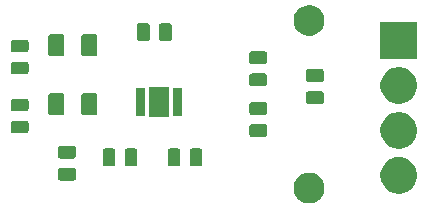
<source format=gbr>
G04 #@! TF.GenerationSoftware,KiCad,Pcbnew,(5.1.0)-1*
G04 #@! TF.CreationDate,2019-05-18T16:03:49-06:00*
G04 #@! TF.ProjectId,Tension,54656e73-696f-46e2-9e6b-696361645f70,rev?*
G04 #@! TF.SameCoordinates,Original*
G04 #@! TF.FileFunction,Soldermask,Top*
G04 #@! TF.FilePolarity,Negative*
%FSLAX46Y46*%
G04 Gerber Fmt 4.6, Leading zero omitted, Abs format (unit mm)*
G04 Created by KiCad (PCBNEW (5.1.0)-1) date 2019-05-18 16:03:49*
%MOMM*%
%LPD*%
G04 APERTURE LIST*
%ADD10C,0.100000*%
G04 APERTURE END LIST*
D10*
G36*
X167879393Y-74349304D02*
G01*
X168116101Y-74447352D01*
X168116103Y-74447353D01*
X168329135Y-74589696D01*
X168510304Y-74770865D01*
X168643913Y-74970826D01*
X168652648Y-74983899D01*
X168750696Y-75220607D01*
X168800680Y-75471893D01*
X168800680Y-75728107D01*
X168750696Y-75979393D01*
X168652648Y-76216101D01*
X168652647Y-76216103D01*
X168510304Y-76429135D01*
X168329135Y-76610304D01*
X168116103Y-76752647D01*
X168116102Y-76752648D01*
X168116101Y-76752648D01*
X167879393Y-76850696D01*
X167628107Y-76900680D01*
X167371893Y-76900680D01*
X167120607Y-76850696D01*
X166883899Y-76752648D01*
X166883898Y-76752648D01*
X166883897Y-76752647D01*
X166670865Y-76610304D01*
X166489696Y-76429135D01*
X166347353Y-76216103D01*
X166347352Y-76216101D01*
X166249304Y-75979393D01*
X166199320Y-75728107D01*
X166199320Y-75471893D01*
X166249304Y-75220607D01*
X166347352Y-74983899D01*
X166356087Y-74970826D01*
X166489696Y-74770865D01*
X166670865Y-74589696D01*
X166883897Y-74447353D01*
X166883899Y-74447352D01*
X167120607Y-74349304D01*
X167371893Y-74299320D01*
X167628107Y-74299320D01*
X167879393Y-74349304D01*
X167879393Y-74349304D01*
G37*
G36*
X175401793Y-73008777D02*
G01*
X175552372Y-73038729D01*
X175617374Y-73065654D01*
X175834611Y-73155636D01*
X176088621Y-73325360D01*
X176304640Y-73541379D01*
X176474364Y-73795389D01*
X176542541Y-73959983D01*
X176586261Y-74065532D01*
X176591271Y-74077629D01*
X176650870Y-74377251D01*
X176650870Y-74682749D01*
X176633342Y-74770865D01*
X176593447Y-74971435D01*
X176591271Y-74982371D01*
X176474364Y-75264611D01*
X176304640Y-75518621D01*
X176088621Y-75734640D01*
X175834611Y-75904364D01*
X175669279Y-75972846D01*
X175552372Y-76021271D01*
X175452497Y-76041137D01*
X175252749Y-76080870D01*
X174947251Y-76080870D01*
X174747503Y-76041137D01*
X174647628Y-76021271D01*
X174530721Y-75972846D01*
X174365389Y-75904364D01*
X174111379Y-75734640D01*
X173895360Y-75518621D01*
X173725636Y-75264611D01*
X173608729Y-74982371D01*
X173606554Y-74971435D01*
X173566658Y-74770865D01*
X173549130Y-74682749D01*
X173549130Y-74377251D01*
X173608729Y-74077629D01*
X173613740Y-74065532D01*
X173657459Y-73959983D01*
X173725636Y-73795389D01*
X173895360Y-73541379D01*
X174111379Y-73325360D01*
X174365389Y-73155636D01*
X174582626Y-73065654D01*
X174647628Y-73038729D01*
X174798207Y-73008777D01*
X174947251Y-72979130D01*
X175252749Y-72979130D01*
X175401793Y-73008777D01*
X175401793Y-73008777D01*
G37*
G36*
X147584468Y-73903565D02*
G01*
X147623138Y-73915296D01*
X147658777Y-73934346D01*
X147690017Y-73959983D01*
X147715654Y-73991223D01*
X147734704Y-74026862D01*
X147746435Y-74065532D01*
X147751000Y-74111888D01*
X147751000Y-74763112D01*
X147746435Y-74809468D01*
X147734704Y-74848138D01*
X147715654Y-74883777D01*
X147690017Y-74915017D01*
X147658777Y-74940654D01*
X147623138Y-74959704D01*
X147584468Y-74971435D01*
X147538112Y-74976000D01*
X146461888Y-74976000D01*
X146415532Y-74971435D01*
X146376862Y-74959704D01*
X146341223Y-74940654D01*
X146309983Y-74915017D01*
X146284346Y-74883777D01*
X146265296Y-74848138D01*
X146253565Y-74809468D01*
X146249000Y-74763112D01*
X146249000Y-74111888D01*
X146253565Y-74065532D01*
X146265296Y-74026862D01*
X146284346Y-73991223D01*
X146309983Y-73959983D01*
X146341223Y-73934346D01*
X146376862Y-73915296D01*
X146415532Y-73903565D01*
X146461888Y-73899000D01*
X147538112Y-73899000D01*
X147584468Y-73903565D01*
X147584468Y-73903565D01*
G37*
G36*
X156434468Y-72253565D02*
G01*
X156473138Y-72265296D01*
X156508777Y-72284346D01*
X156540017Y-72309983D01*
X156565654Y-72341223D01*
X156584704Y-72376862D01*
X156596435Y-72415532D01*
X156601000Y-72461888D01*
X156601000Y-73538112D01*
X156596435Y-73584468D01*
X156584704Y-73623138D01*
X156565654Y-73658777D01*
X156540017Y-73690017D01*
X156508777Y-73715654D01*
X156473138Y-73734704D01*
X156434468Y-73746435D01*
X156388112Y-73751000D01*
X155736888Y-73751000D01*
X155690532Y-73746435D01*
X155651862Y-73734704D01*
X155616223Y-73715654D01*
X155584983Y-73690017D01*
X155559346Y-73658777D01*
X155540296Y-73623138D01*
X155528565Y-73584468D01*
X155524000Y-73538112D01*
X155524000Y-72461888D01*
X155528565Y-72415532D01*
X155540296Y-72376862D01*
X155559346Y-72341223D01*
X155584983Y-72309983D01*
X155616223Y-72284346D01*
X155651862Y-72265296D01*
X155690532Y-72253565D01*
X155736888Y-72249000D01*
X156388112Y-72249000D01*
X156434468Y-72253565D01*
X156434468Y-72253565D01*
G37*
G36*
X152809468Y-72253565D02*
G01*
X152848138Y-72265296D01*
X152883777Y-72284346D01*
X152915017Y-72309983D01*
X152940654Y-72341223D01*
X152959704Y-72376862D01*
X152971435Y-72415532D01*
X152976000Y-72461888D01*
X152976000Y-73538112D01*
X152971435Y-73584468D01*
X152959704Y-73623138D01*
X152940654Y-73658777D01*
X152915017Y-73690017D01*
X152883777Y-73715654D01*
X152848138Y-73734704D01*
X152809468Y-73746435D01*
X152763112Y-73751000D01*
X152111888Y-73751000D01*
X152065532Y-73746435D01*
X152026862Y-73734704D01*
X151991223Y-73715654D01*
X151959983Y-73690017D01*
X151934346Y-73658777D01*
X151915296Y-73623138D01*
X151903565Y-73584468D01*
X151899000Y-73538112D01*
X151899000Y-72461888D01*
X151903565Y-72415532D01*
X151915296Y-72376862D01*
X151934346Y-72341223D01*
X151959983Y-72309983D01*
X151991223Y-72284346D01*
X152026862Y-72265296D01*
X152065532Y-72253565D01*
X152111888Y-72249000D01*
X152763112Y-72249000D01*
X152809468Y-72253565D01*
X152809468Y-72253565D01*
G37*
G36*
X150934468Y-72253565D02*
G01*
X150973138Y-72265296D01*
X151008777Y-72284346D01*
X151040017Y-72309983D01*
X151065654Y-72341223D01*
X151084704Y-72376862D01*
X151096435Y-72415532D01*
X151101000Y-72461888D01*
X151101000Y-73538112D01*
X151096435Y-73584468D01*
X151084704Y-73623138D01*
X151065654Y-73658777D01*
X151040017Y-73690017D01*
X151008777Y-73715654D01*
X150973138Y-73734704D01*
X150934468Y-73746435D01*
X150888112Y-73751000D01*
X150236888Y-73751000D01*
X150190532Y-73746435D01*
X150151862Y-73734704D01*
X150116223Y-73715654D01*
X150084983Y-73690017D01*
X150059346Y-73658777D01*
X150040296Y-73623138D01*
X150028565Y-73584468D01*
X150024000Y-73538112D01*
X150024000Y-72461888D01*
X150028565Y-72415532D01*
X150040296Y-72376862D01*
X150059346Y-72341223D01*
X150084983Y-72309983D01*
X150116223Y-72284346D01*
X150151862Y-72265296D01*
X150190532Y-72253565D01*
X150236888Y-72249000D01*
X150888112Y-72249000D01*
X150934468Y-72253565D01*
X150934468Y-72253565D01*
G37*
G36*
X158309468Y-72253565D02*
G01*
X158348138Y-72265296D01*
X158383777Y-72284346D01*
X158415017Y-72309983D01*
X158440654Y-72341223D01*
X158459704Y-72376862D01*
X158471435Y-72415532D01*
X158476000Y-72461888D01*
X158476000Y-73538112D01*
X158471435Y-73584468D01*
X158459704Y-73623138D01*
X158440654Y-73658777D01*
X158415017Y-73690017D01*
X158383777Y-73715654D01*
X158348138Y-73734704D01*
X158309468Y-73746435D01*
X158263112Y-73751000D01*
X157611888Y-73751000D01*
X157565532Y-73746435D01*
X157526862Y-73734704D01*
X157491223Y-73715654D01*
X157459983Y-73690017D01*
X157434346Y-73658777D01*
X157415296Y-73623138D01*
X157403565Y-73584468D01*
X157399000Y-73538112D01*
X157399000Y-72461888D01*
X157403565Y-72415532D01*
X157415296Y-72376862D01*
X157434346Y-72341223D01*
X157459983Y-72309983D01*
X157491223Y-72284346D01*
X157526862Y-72265296D01*
X157565532Y-72253565D01*
X157611888Y-72249000D01*
X158263112Y-72249000D01*
X158309468Y-72253565D01*
X158309468Y-72253565D01*
G37*
G36*
X147584468Y-72028565D02*
G01*
X147623138Y-72040296D01*
X147658777Y-72059346D01*
X147690017Y-72084983D01*
X147715654Y-72116223D01*
X147734704Y-72151862D01*
X147746435Y-72190532D01*
X147751000Y-72236888D01*
X147751000Y-72888112D01*
X147746435Y-72934468D01*
X147734704Y-72973138D01*
X147715654Y-73008777D01*
X147690017Y-73040017D01*
X147658777Y-73065654D01*
X147623138Y-73084704D01*
X147584468Y-73096435D01*
X147538112Y-73101000D01*
X146461888Y-73101000D01*
X146415532Y-73096435D01*
X146376862Y-73084704D01*
X146341223Y-73065654D01*
X146309983Y-73040017D01*
X146284346Y-73008777D01*
X146265296Y-72973138D01*
X146253565Y-72934468D01*
X146249000Y-72888112D01*
X146249000Y-72236888D01*
X146253565Y-72190532D01*
X146265296Y-72151862D01*
X146284346Y-72116223D01*
X146309983Y-72084983D01*
X146341223Y-72059346D01*
X146376862Y-72040296D01*
X146415532Y-72028565D01*
X146461888Y-72024000D01*
X147538112Y-72024000D01*
X147584468Y-72028565D01*
X147584468Y-72028565D01*
G37*
G36*
X175449930Y-69208352D02*
G01*
X175552372Y-69228729D01*
X175648638Y-69268604D01*
X175834611Y-69345636D01*
X176088621Y-69515360D01*
X176304640Y-69731379D01*
X176474364Y-69985389D01*
X176507560Y-70065532D01*
X176571334Y-70219495D01*
X176591271Y-70267629D01*
X176650870Y-70567251D01*
X176650870Y-70872749D01*
X176633573Y-70959704D01*
X176591271Y-71172372D01*
X176556836Y-71255505D01*
X176474364Y-71454611D01*
X176304640Y-71708621D01*
X176088621Y-71924640D01*
X175834611Y-72094364D01*
X175715592Y-72143663D01*
X175552372Y-72211271D01*
X175452497Y-72231137D01*
X175252749Y-72270870D01*
X174947251Y-72270870D01*
X174747503Y-72231137D01*
X174647628Y-72211271D01*
X174484408Y-72143663D01*
X174365389Y-72094364D01*
X174111379Y-71924640D01*
X173895360Y-71708621D01*
X173725636Y-71454611D01*
X173643164Y-71255505D01*
X173608729Y-71172372D01*
X173566427Y-70959704D01*
X173549130Y-70872749D01*
X173549130Y-70567251D01*
X173608729Y-70267629D01*
X173628667Y-70219495D01*
X173692440Y-70065532D01*
X173725636Y-69985389D01*
X173895360Y-69731379D01*
X174111379Y-69515360D01*
X174365389Y-69345636D01*
X174551362Y-69268604D01*
X174647628Y-69228729D01*
X174750070Y-69208352D01*
X174947251Y-69169130D01*
X175252749Y-69169130D01*
X175449930Y-69208352D01*
X175449930Y-69208352D01*
G37*
G36*
X163784468Y-70203565D02*
G01*
X163823138Y-70215296D01*
X163858777Y-70234346D01*
X163890017Y-70259983D01*
X163915654Y-70291223D01*
X163934704Y-70326862D01*
X163946435Y-70365532D01*
X163951000Y-70411888D01*
X163951000Y-71063112D01*
X163946435Y-71109468D01*
X163934704Y-71148138D01*
X163915654Y-71183777D01*
X163890017Y-71215017D01*
X163858777Y-71240654D01*
X163823138Y-71259704D01*
X163784468Y-71271435D01*
X163738112Y-71276000D01*
X162661888Y-71276000D01*
X162615532Y-71271435D01*
X162576862Y-71259704D01*
X162541223Y-71240654D01*
X162509983Y-71215017D01*
X162484346Y-71183777D01*
X162465296Y-71148138D01*
X162453565Y-71109468D01*
X162449000Y-71063112D01*
X162449000Y-70411888D01*
X162453565Y-70365532D01*
X162465296Y-70326862D01*
X162484346Y-70291223D01*
X162509983Y-70259983D01*
X162541223Y-70234346D01*
X162576862Y-70215296D01*
X162615532Y-70203565D01*
X162661888Y-70199000D01*
X163738112Y-70199000D01*
X163784468Y-70203565D01*
X163784468Y-70203565D01*
G37*
G36*
X143584468Y-69903565D02*
G01*
X143623138Y-69915296D01*
X143658777Y-69934346D01*
X143690017Y-69959983D01*
X143715654Y-69991223D01*
X143734704Y-70026862D01*
X143746435Y-70065532D01*
X143751000Y-70111888D01*
X143751000Y-70763112D01*
X143746435Y-70809468D01*
X143734704Y-70848138D01*
X143715654Y-70883777D01*
X143690017Y-70915017D01*
X143658777Y-70940654D01*
X143623138Y-70959704D01*
X143584468Y-70971435D01*
X143538112Y-70976000D01*
X142461888Y-70976000D01*
X142415532Y-70971435D01*
X142376862Y-70959704D01*
X142341223Y-70940654D01*
X142309983Y-70915017D01*
X142284346Y-70883777D01*
X142265296Y-70848138D01*
X142253565Y-70809468D01*
X142249000Y-70763112D01*
X142249000Y-70111888D01*
X142253565Y-70065532D01*
X142265296Y-70026862D01*
X142284346Y-69991223D01*
X142309983Y-69959983D01*
X142341223Y-69934346D01*
X142376862Y-69915296D01*
X142415532Y-69903565D01*
X142461888Y-69899000D01*
X143538112Y-69899000D01*
X143584468Y-69903565D01*
X143584468Y-69903565D01*
G37*
G36*
X155626000Y-69591000D02*
G01*
X153974000Y-69591000D01*
X153974000Y-67009000D01*
X155626000Y-67009000D01*
X155626000Y-69591000D01*
X155626000Y-69591000D01*
G37*
G36*
X153626000Y-69501000D02*
G01*
X152874000Y-69501000D01*
X152874000Y-67099000D01*
X153626000Y-67099000D01*
X153626000Y-69501000D01*
X153626000Y-69501000D01*
G37*
G36*
X156726000Y-69501000D02*
G01*
X155974000Y-69501000D01*
X155974000Y-67099000D01*
X156726000Y-67099000D01*
X156726000Y-69501000D01*
X156726000Y-69501000D01*
G37*
G36*
X149418604Y-67578347D02*
G01*
X149455144Y-67589432D01*
X149488821Y-67607433D01*
X149518341Y-67631659D01*
X149542567Y-67661179D01*
X149560568Y-67694856D01*
X149571653Y-67731396D01*
X149576000Y-67775538D01*
X149576000Y-69224462D01*
X149571653Y-69268604D01*
X149560568Y-69305144D01*
X149542567Y-69338821D01*
X149518341Y-69368341D01*
X149488821Y-69392567D01*
X149455144Y-69410568D01*
X149418604Y-69421653D01*
X149374462Y-69426000D01*
X148425538Y-69426000D01*
X148381396Y-69421653D01*
X148344856Y-69410568D01*
X148311179Y-69392567D01*
X148281659Y-69368341D01*
X148257433Y-69338821D01*
X148239432Y-69305144D01*
X148228347Y-69268604D01*
X148224000Y-69224462D01*
X148224000Y-67775538D01*
X148228347Y-67731396D01*
X148239432Y-67694856D01*
X148257433Y-67661179D01*
X148281659Y-67631659D01*
X148311179Y-67607433D01*
X148344856Y-67589432D01*
X148381396Y-67578347D01*
X148425538Y-67574000D01*
X149374462Y-67574000D01*
X149418604Y-67578347D01*
X149418604Y-67578347D01*
G37*
G36*
X146618604Y-67578347D02*
G01*
X146655144Y-67589432D01*
X146688821Y-67607433D01*
X146718341Y-67631659D01*
X146742567Y-67661179D01*
X146760568Y-67694856D01*
X146771653Y-67731396D01*
X146776000Y-67775538D01*
X146776000Y-69224462D01*
X146771653Y-69268604D01*
X146760568Y-69305144D01*
X146742567Y-69338821D01*
X146718341Y-69368341D01*
X146688821Y-69392567D01*
X146655144Y-69410568D01*
X146618604Y-69421653D01*
X146574462Y-69426000D01*
X145625538Y-69426000D01*
X145581396Y-69421653D01*
X145544856Y-69410568D01*
X145511179Y-69392567D01*
X145481659Y-69368341D01*
X145457433Y-69338821D01*
X145439432Y-69305144D01*
X145428347Y-69268604D01*
X145424000Y-69224462D01*
X145424000Y-67775538D01*
X145428347Y-67731396D01*
X145439432Y-67694856D01*
X145457433Y-67661179D01*
X145481659Y-67631659D01*
X145511179Y-67607433D01*
X145544856Y-67589432D01*
X145581396Y-67578347D01*
X145625538Y-67574000D01*
X146574462Y-67574000D01*
X146618604Y-67578347D01*
X146618604Y-67578347D01*
G37*
G36*
X163784468Y-68328565D02*
G01*
X163823138Y-68340296D01*
X163858777Y-68359346D01*
X163890017Y-68384983D01*
X163915654Y-68416223D01*
X163934704Y-68451862D01*
X163946435Y-68490532D01*
X163951000Y-68536888D01*
X163951000Y-69188112D01*
X163946435Y-69234468D01*
X163934704Y-69273138D01*
X163915654Y-69308777D01*
X163890017Y-69340017D01*
X163858777Y-69365654D01*
X163823138Y-69384704D01*
X163784468Y-69396435D01*
X163738112Y-69401000D01*
X162661888Y-69401000D01*
X162615532Y-69396435D01*
X162576862Y-69384704D01*
X162541223Y-69365654D01*
X162509983Y-69340017D01*
X162484346Y-69308777D01*
X162465296Y-69273138D01*
X162453565Y-69234468D01*
X162449000Y-69188112D01*
X162449000Y-68536888D01*
X162453565Y-68490532D01*
X162465296Y-68451862D01*
X162484346Y-68416223D01*
X162509983Y-68384983D01*
X162541223Y-68359346D01*
X162576862Y-68340296D01*
X162615532Y-68328565D01*
X162661888Y-68324000D01*
X163738112Y-68324000D01*
X163784468Y-68328565D01*
X163784468Y-68328565D01*
G37*
G36*
X143584468Y-68028565D02*
G01*
X143623138Y-68040296D01*
X143658777Y-68059346D01*
X143690017Y-68084983D01*
X143715654Y-68116223D01*
X143734704Y-68151862D01*
X143746435Y-68190532D01*
X143751000Y-68236888D01*
X143751000Y-68888112D01*
X143746435Y-68934468D01*
X143734704Y-68973138D01*
X143715654Y-69008777D01*
X143690017Y-69040017D01*
X143658777Y-69065654D01*
X143623138Y-69084704D01*
X143584468Y-69096435D01*
X143538112Y-69101000D01*
X142461888Y-69101000D01*
X142415532Y-69096435D01*
X142376862Y-69084704D01*
X142341223Y-69065654D01*
X142309983Y-69040017D01*
X142284346Y-69008777D01*
X142265296Y-68973138D01*
X142253565Y-68934468D01*
X142249000Y-68888112D01*
X142249000Y-68236888D01*
X142253565Y-68190532D01*
X142265296Y-68151862D01*
X142284346Y-68116223D01*
X142309983Y-68084983D01*
X142341223Y-68059346D01*
X142376862Y-68040296D01*
X142415532Y-68028565D01*
X142461888Y-68024000D01*
X143538112Y-68024000D01*
X143584468Y-68028565D01*
X143584468Y-68028565D01*
G37*
G36*
X168584468Y-67403565D02*
G01*
X168623138Y-67415296D01*
X168658777Y-67434346D01*
X168690017Y-67459983D01*
X168715654Y-67491223D01*
X168734704Y-67526862D01*
X168746435Y-67565532D01*
X168751000Y-67611888D01*
X168751000Y-68263112D01*
X168746435Y-68309468D01*
X168734704Y-68348138D01*
X168715654Y-68383777D01*
X168690017Y-68415017D01*
X168658777Y-68440654D01*
X168623138Y-68459704D01*
X168584468Y-68471435D01*
X168538112Y-68476000D01*
X167461888Y-68476000D01*
X167415532Y-68471435D01*
X167376862Y-68459704D01*
X167341223Y-68440654D01*
X167309983Y-68415017D01*
X167284346Y-68383777D01*
X167265296Y-68348138D01*
X167253565Y-68309468D01*
X167249000Y-68263112D01*
X167249000Y-67611888D01*
X167253565Y-67565532D01*
X167265296Y-67526862D01*
X167284346Y-67491223D01*
X167309983Y-67459983D01*
X167341223Y-67434346D01*
X167376862Y-67415296D01*
X167415532Y-67403565D01*
X167461888Y-67399000D01*
X168538112Y-67399000D01*
X168584468Y-67403565D01*
X168584468Y-67403565D01*
G37*
G36*
X175452497Y-65398863D02*
G01*
X175552372Y-65418729D01*
X175669279Y-65467154D01*
X175834611Y-65535636D01*
X176088621Y-65705360D01*
X176304640Y-65921379D01*
X176474364Y-66175389D01*
X176539130Y-66331750D01*
X176581678Y-66434468D01*
X176591271Y-66457629D01*
X176650870Y-66757251D01*
X176650870Y-67062749D01*
X176591271Y-67362371D01*
X176474364Y-67644611D01*
X176304640Y-67898621D01*
X176088621Y-68114640D01*
X175834611Y-68284364D01*
X175699578Y-68340296D01*
X175552372Y-68401271D01*
X175483266Y-68415017D01*
X175252749Y-68460870D01*
X174947251Y-68460870D01*
X174716734Y-68415017D01*
X174647628Y-68401271D01*
X174500422Y-68340296D01*
X174365389Y-68284364D01*
X174111379Y-68114640D01*
X173895360Y-67898621D01*
X173725636Y-67644611D01*
X173608729Y-67362371D01*
X173549130Y-67062749D01*
X173549130Y-66757251D01*
X173608729Y-66457629D01*
X173618323Y-66434468D01*
X173660870Y-66331750D01*
X173725636Y-66175389D01*
X173895360Y-65921379D01*
X174111379Y-65705360D01*
X174365389Y-65535636D01*
X174530721Y-65467154D01*
X174647628Y-65418729D01*
X174747503Y-65398863D01*
X174947251Y-65359130D01*
X175252749Y-65359130D01*
X175452497Y-65398863D01*
X175452497Y-65398863D01*
G37*
G36*
X163784468Y-65903565D02*
G01*
X163823138Y-65915296D01*
X163858777Y-65934346D01*
X163890017Y-65959983D01*
X163915654Y-65991223D01*
X163934704Y-66026862D01*
X163946435Y-66065532D01*
X163951000Y-66111888D01*
X163951000Y-66763112D01*
X163946435Y-66809468D01*
X163934704Y-66848138D01*
X163915654Y-66883777D01*
X163890017Y-66915017D01*
X163858777Y-66940654D01*
X163823138Y-66959704D01*
X163784468Y-66971435D01*
X163738112Y-66976000D01*
X162661888Y-66976000D01*
X162615532Y-66971435D01*
X162576862Y-66959704D01*
X162541223Y-66940654D01*
X162509983Y-66915017D01*
X162484346Y-66883777D01*
X162465296Y-66848138D01*
X162453565Y-66809468D01*
X162449000Y-66763112D01*
X162449000Y-66111888D01*
X162453565Y-66065532D01*
X162465296Y-66026862D01*
X162484346Y-65991223D01*
X162509983Y-65959983D01*
X162541223Y-65934346D01*
X162576862Y-65915296D01*
X162615532Y-65903565D01*
X162661888Y-65899000D01*
X163738112Y-65899000D01*
X163784468Y-65903565D01*
X163784468Y-65903565D01*
G37*
G36*
X168584468Y-65528565D02*
G01*
X168623138Y-65540296D01*
X168658777Y-65559346D01*
X168690017Y-65584983D01*
X168715654Y-65616223D01*
X168734704Y-65651862D01*
X168746435Y-65690532D01*
X168751000Y-65736888D01*
X168751000Y-66388112D01*
X168746435Y-66434468D01*
X168734704Y-66473138D01*
X168715654Y-66508777D01*
X168690017Y-66540017D01*
X168658777Y-66565654D01*
X168623138Y-66584704D01*
X168584468Y-66596435D01*
X168538112Y-66601000D01*
X167461888Y-66601000D01*
X167415532Y-66596435D01*
X167376862Y-66584704D01*
X167341223Y-66565654D01*
X167309983Y-66540017D01*
X167284346Y-66508777D01*
X167265296Y-66473138D01*
X167253565Y-66434468D01*
X167249000Y-66388112D01*
X167249000Y-65736888D01*
X167253565Y-65690532D01*
X167265296Y-65651862D01*
X167284346Y-65616223D01*
X167309983Y-65584983D01*
X167341223Y-65559346D01*
X167376862Y-65540296D01*
X167415532Y-65528565D01*
X167461888Y-65524000D01*
X168538112Y-65524000D01*
X168584468Y-65528565D01*
X168584468Y-65528565D01*
G37*
G36*
X143584468Y-64903565D02*
G01*
X143623138Y-64915296D01*
X143658777Y-64934346D01*
X143690017Y-64959983D01*
X143715654Y-64991223D01*
X143734704Y-65026862D01*
X143746435Y-65065532D01*
X143751000Y-65111888D01*
X143751000Y-65763112D01*
X143746435Y-65809468D01*
X143734704Y-65848138D01*
X143715654Y-65883777D01*
X143690017Y-65915017D01*
X143658777Y-65940654D01*
X143623138Y-65959704D01*
X143584468Y-65971435D01*
X143538112Y-65976000D01*
X142461888Y-65976000D01*
X142415532Y-65971435D01*
X142376862Y-65959704D01*
X142341223Y-65940654D01*
X142309983Y-65915017D01*
X142284346Y-65883777D01*
X142265296Y-65848138D01*
X142253565Y-65809468D01*
X142249000Y-65763112D01*
X142249000Y-65111888D01*
X142253565Y-65065532D01*
X142265296Y-65026862D01*
X142284346Y-64991223D01*
X142309983Y-64959983D01*
X142341223Y-64934346D01*
X142376862Y-64915296D01*
X142415532Y-64903565D01*
X142461888Y-64899000D01*
X143538112Y-64899000D01*
X143584468Y-64903565D01*
X143584468Y-64903565D01*
G37*
G36*
X163784468Y-64028565D02*
G01*
X163823138Y-64040296D01*
X163858777Y-64059346D01*
X163890017Y-64084983D01*
X163915654Y-64116223D01*
X163934704Y-64151862D01*
X163946435Y-64190532D01*
X163951000Y-64236888D01*
X163951000Y-64888112D01*
X163946435Y-64934468D01*
X163934704Y-64973138D01*
X163915654Y-65008777D01*
X163890017Y-65040017D01*
X163858777Y-65065654D01*
X163823138Y-65084704D01*
X163784468Y-65096435D01*
X163738112Y-65101000D01*
X162661888Y-65101000D01*
X162615532Y-65096435D01*
X162576862Y-65084704D01*
X162541223Y-65065654D01*
X162509983Y-65040017D01*
X162484346Y-65008777D01*
X162465296Y-64973138D01*
X162453565Y-64934468D01*
X162449000Y-64888112D01*
X162449000Y-64236888D01*
X162453565Y-64190532D01*
X162465296Y-64151862D01*
X162484346Y-64116223D01*
X162509983Y-64084983D01*
X162541223Y-64059346D01*
X162576862Y-64040296D01*
X162615532Y-64028565D01*
X162661888Y-64024000D01*
X163738112Y-64024000D01*
X163784468Y-64028565D01*
X163784468Y-64028565D01*
G37*
G36*
X176650870Y-64650870D02*
G01*
X173549130Y-64650870D01*
X173549130Y-61549130D01*
X176650870Y-61549130D01*
X176650870Y-64650870D01*
X176650870Y-64650870D01*
G37*
G36*
X149418604Y-62578347D02*
G01*
X149455144Y-62589432D01*
X149488821Y-62607433D01*
X149518341Y-62631659D01*
X149542567Y-62661179D01*
X149560568Y-62694856D01*
X149571653Y-62731396D01*
X149576000Y-62775538D01*
X149576000Y-64224462D01*
X149571653Y-64268604D01*
X149560568Y-64305144D01*
X149542567Y-64338821D01*
X149518341Y-64368341D01*
X149488821Y-64392567D01*
X149455144Y-64410568D01*
X149418604Y-64421653D01*
X149374462Y-64426000D01*
X148425538Y-64426000D01*
X148381396Y-64421653D01*
X148344856Y-64410568D01*
X148311179Y-64392567D01*
X148281659Y-64368341D01*
X148257433Y-64338821D01*
X148239432Y-64305144D01*
X148228347Y-64268604D01*
X148224000Y-64224462D01*
X148224000Y-62775538D01*
X148228347Y-62731396D01*
X148239432Y-62694856D01*
X148257433Y-62661179D01*
X148281659Y-62631659D01*
X148311179Y-62607433D01*
X148344856Y-62589432D01*
X148381396Y-62578347D01*
X148425538Y-62574000D01*
X149374462Y-62574000D01*
X149418604Y-62578347D01*
X149418604Y-62578347D01*
G37*
G36*
X146618604Y-62578347D02*
G01*
X146655144Y-62589432D01*
X146688821Y-62607433D01*
X146718341Y-62631659D01*
X146742567Y-62661179D01*
X146760568Y-62694856D01*
X146771653Y-62731396D01*
X146776000Y-62775538D01*
X146776000Y-64224462D01*
X146771653Y-64268604D01*
X146760568Y-64305144D01*
X146742567Y-64338821D01*
X146718341Y-64368341D01*
X146688821Y-64392567D01*
X146655144Y-64410568D01*
X146618604Y-64421653D01*
X146574462Y-64426000D01*
X145625538Y-64426000D01*
X145581396Y-64421653D01*
X145544856Y-64410568D01*
X145511179Y-64392567D01*
X145481659Y-64368341D01*
X145457433Y-64338821D01*
X145439432Y-64305144D01*
X145428347Y-64268604D01*
X145424000Y-64224462D01*
X145424000Y-62775538D01*
X145428347Y-62731396D01*
X145439432Y-62694856D01*
X145457433Y-62661179D01*
X145481659Y-62631659D01*
X145511179Y-62607433D01*
X145544856Y-62589432D01*
X145581396Y-62578347D01*
X145625538Y-62574000D01*
X146574462Y-62574000D01*
X146618604Y-62578347D01*
X146618604Y-62578347D01*
G37*
G36*
X143584468Y-63028565D02*
G01*
X143623138Y-63040296D01*
X143658777Y-63059346D01*
X143690017Y-63084983D01*
X143715654Y-63116223D01*
X143734704Y-63151862D01*
X143746435Y-63190532D01*
X143751000Y-63236888D01*
X143751000Y-63888112D01*
X143746435Y-63934468D01*
X143734704Y-63973138D01*
X143715654Y-64008777D01*
X143690017Y-64040017D01*
X143658777Y-64065654D01*
X143623138Y-64084704D01*
X143584468Y-64096435D01*
X143538112Y-64101000D01*
X142461888Y-64101000D01*
X142415532Y-64096435D01*
X142376862Y-64084704D01*
X142341223Y-64065654D01*
X142309983Y-64040017D01*
X142284346Y-64008777D01*
X142265296Y-63973138D01*
X142253565Y-63934468D01*
X142249000Y-63888112D01*
X142249000Y-63236888D01*
X142253565Y-63190532D01*
X142265296Y-63151862D01*
X142284346Y-63116223D01*
X142309983Y-63084983D01*
X142341223Y-63059346D01*
X142376862Y-63040296D01*
X142415532Y-63028565D01*
X142461888Y-63024000D01*
X143538112Y-63024000D01*
X143584468Y-63028565D01*
X143584468Y-63028565D01*
G37*
G36*
X153834468Y-61653565D02*
G01*
X153873138Y-61665296D01*
X153908777Y-61684346D01*
X153940017Y-61709983D01*
X153965654Y-61741223D01*
X153984704Y-61776862D01*
X153996435Y-61815532D01*
X154001000Y-61861888D01*
X154001000Y-62938112D01*
X153996435Y-62984468D01*
X153984704Y-63023138D01*
X153965654Y-63058777D01*
X153940017Y-63090017D01*
X153908777Y-63115654D01*
X153873138Y-63134704D01*
X153834468Y-63146435D01*
X153788112Y-63151000D01*
X153136888Y-63151000D01*
X153090532Y-63146435D01*
X153051862Y-63134704D01*
X153016223Y-63115654D01*
X152984983Y-63090017D01*
X152959346Y-63058777D01*
X152940296Y-63023138D01*
X152928565Y-62984468D01*
X152924000Y-62938112D01*
X152924000Y-61861888D01*
X152928565Y-61815532D01*
X152940296Y-61776862D01*
X152959346Y-61741223D01*
X152984983Y-61709983D01*
X153016223Y-61684346D01*
X153051862Y-61665296D01*
X153090532Y-61653565D01*
X153136888Y-61649000D01*
X153788112Y-61649000D01*
X153834468Y-61653565D01*
X153834468Y-61653565D01*
G37*
G36*
X155709468Y-61653565D02*
G01*
X155748138Y-61665296D01*
X155783777Y-61684346D01*
X155815017Y-61709983D01*
X155840654Y-61741223D01*
X155859704Y-61776862D01*
X155871435Y-61815532D01*
X155876000Y-61861888D01*
X155876000Y-62938112D01*
X155871435Y-62984468D01*
X155859704Y-63023138D01*
X155840654Y-63058777D01*
X155815017Y-63090017D01*
X155783777Y-63115654D01*
X155748138Y-63134704D01*
X155709468Y-63146435D01*
X155663112Y-63151000D01*
X155011888Y-63151000D01*
X154965532Y-63146435D01*
X154926862Y-63134704D01*
X154891223Y-63115654D01*
X154859983Y-63090017D01*
X154834346Y-63058777D01*
X154815296Y-63023138D01*
X154803565Y-62984468D01*
X154799000Y-62938112D01*
X154799000Y-61861888D01*
X154803565Y-61815532D01*
X154815296Y-61776862D01*
X154834346Y-61741223D01*
X154859983Y-61709983D01*
X154891223Y-61684346D01*
X154926862Y-61665296D01*
X154965532Y-61653565D01*
X155011888Y-61649000D01*
X155663112Y-61649000D01*
X155709468Y-61653565D01*
X155709468Y-61653565D01*
G37*
G36*
X167879393Y-60149304D02*
G01*
X168116101Y-60247352D01*
X168116103Y-60247353D01*
X168329135Y-60389696D01*
X168510304Y-60570865D01*
X168652647Y-60783897D01*
X168652648Y-60783899D01*
X168750696Y-61020607D01*
X168800680Y-61271893D01*
X168800680Y-61528107D01*
X168750696Y-61779393D01*
X168716525Y-61861888D01*
X168652647Y-62016103D01*
X168510304Y-62229135D01*
X168329135Y-62410304D01*
X168116103Y-62552647D01*
X168116102Y-62552648D01*
X168116101Y-62552648D01*
X167879393Y-62650696D01*
X167628107Y-62700680D01*
X167371893Y-62700680D01*
X167120607Y-62650696D01*
X166883899Y-62552648D01*
X166883898Y-62552648D01*
X166883897Y-62552647D01*
X166670865Y-62410304D01*
X166489696Y-62229135D01*
X166347353Y-62016103D01*
X166283475Y-61861888D01*
X166249304Y-61779393D01*
X166199320Y-61528107D01*
X166199320Y-61271893D01*
X166249304Y-61020607D01*
X166347352Y-60783899D01*
X166347353Y-60783897D01*
X166489696Y-60570865D01*
X166670865Y-60389696D01*
X166883897Y-60247353D01*
X166883899Y-60247352D01*
X167120607Y-60149304D01*
X167371893Y-60099320D01*
X167628107Y-60099320D01*
X167879393Y-60149304D01*
X167879393Y-60149304D01*
G37*
M02*

</source>
